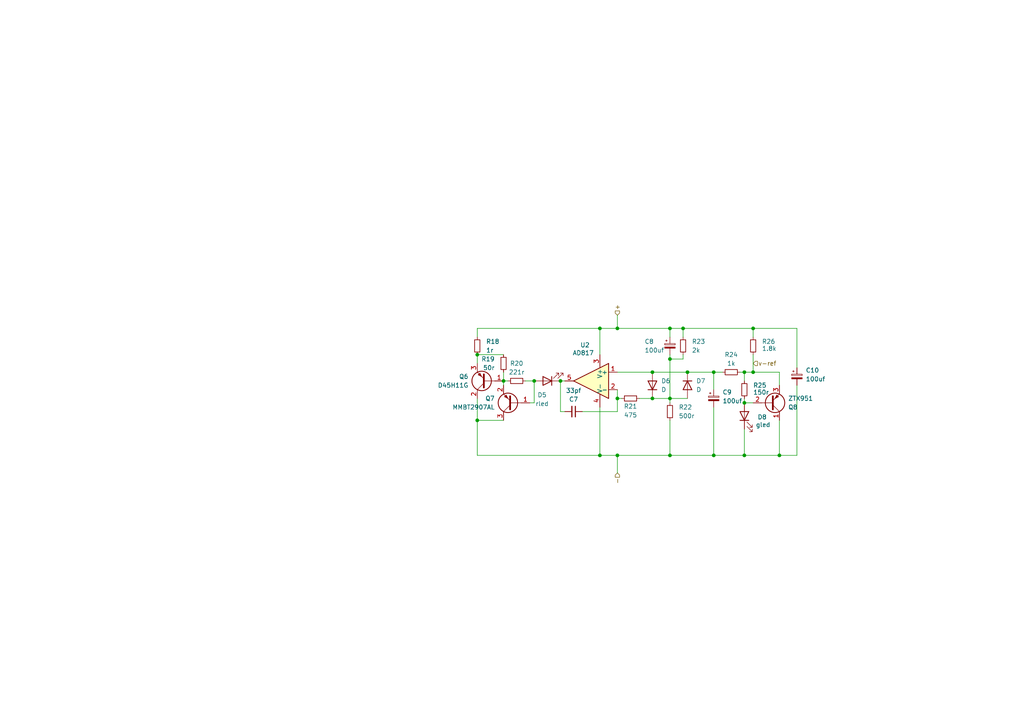
<source format=kicad_sch>
(kicad_sch (version 20250114) (generator "eeschema") (generator_version "9.0")
  (paper "A4")
  (lib_symbols
    (symbol "Device:C_Polarized_Small" (pin_numbers (hide yes)) (pin_names (offset 0.254) (hide yes))
      (property "Reference" "C" (at 0.254 1.778 0))
      (property "Value" "C_Polarized_Small" (at 0.254 -2.032 0))
      (symbol "C_Polarized_Small_0_1"
        (rectangle (start -1.524 0.6858) (end 1.524 0.3048))
        (rectangle (start -1.524 -0.3048) (end 1.524 -0.6858) (fill (type outline)))
        (polyline (pts (xy -1.27 1.524) (xy -0.762 1.524)))
        (polyline (pts (xy -1.016 1.27) (xy -1.016 1.778)))
      )
      (symbol "C_Polarized_Small_1_1"
        (pin passive line (at 0 2.54 270) (length 1.8542) (name "~") (number "1"))
        (pin passive line (at 0 -2.54 90) (length 1.8542) (name "~") (number "2"))
      )
    )
    (symbol "Device:C_Small" (pin_numbers (hide yes)) (pin_names (offset 0.254) (hide yes))
      (property "Reference" "C" (at 0.254 1.778 0))
      (property "Value" "C_Small" (at 0.254 -2.032 0))
      (symbol "C_Small_0_1"
        (polyline (pts (xy -1.524 0.508) (xy 1.524 0.508)) (stroke (width 0.3048)))
        (polyline (pts (xy -1.524 -0.508) (xy 1.524 -0.508)) (stroke (width 0.3302)))
      )
      (symbol "C_Small_1_1"
        (pin passive line (at 0 2.54 270) (length 2.032) (name "~") (number "1"))
        (pin passive line (at 0 -2.54 90) (length 2.032) (name "~") (number "2"))
      )
    )
    (symbol "Device:D" (pin_numbers (hide yes)) (pin_names (offset 1.016) (hide yes))
      (property "Reference" "D" (at 0 2.54 0))
      (property "Value" "D" (at 0 -2.54 0))
      (symbol "D_0_1"
        (polyline (pts (xy -1.27 1.27) (xy -1.27 -1.27)) (stroke (width 0.254)))
        (polyline (pts (xy 1.27 1.27) (xy 1.27 -1.27) (xy -1.27 0) (xy 1.27 1.27)) (stroke (width 0.254)))
        (polyline (pts (xy 1.27 0) (xy -1.27 0)))
      )
      (symbol "D_1_1"
        (pin passive line (at -3.81 0 0) (length 2.54) (name "K") (number "1"))
        (pin passive line (at 3.81 0 180) (length 2.54) (name "A") (number "2"))
      )
    )
    (symbol "Device:LED" (pin_numbers (hide yes)) (pin_names (offset 1.016) (hide yes))
      (property "Reference" "D" (at 0 2.54 0))
      (property "Value" "LED" (at 0 -2.54 0))
      (symbol "LED_0_1"
        (polyline (pts (xy -3.048 -0.762) (xy -4.572 -2.286) (xy -3.81 -2.286) (xy -4.572 -2.286) (xy -4.572 -1.524)))
        (polyline (pts (xy -1.778 -0.762) (xy -3.302 -2.286) (xy -2.54 -2.286) (xy -3.302 -2.286) (xy -3.302 -1.524)))
        (polyline (pts (xy -1.27 0) (xy 1.27 0)))
        (polyline (pts (xy -1.27 -1.27) (xy -1.27 1.27)) (stroke (width 0.254)))
        (polyline (pts (xy 1.27 -1.27) (xy 1.27 1.27) (xy -1.27 0) (xy 1.27 -1.27)) (stroke (width 0.254)))
      )
      (symbol "LED_1_1"
        (pin passive line (at -3.81 0 0) (length 2.54) (name "K") (number "1"))
        (pin passive line (at 3.81 0 180) (length 2.54) (name "A") (number "2"))
      )
    )
    (symbol "Device:R_Small" (pin_numbers (hide yes)) (pin_names (offset 0.254) (hide yes))
      (property "Reference" "R" (at 0.762 0.508 0))
      (property "Value" "R_Small" (at 0.762 -1.016 0))
      (symbol "R_Small_0_1"
        (rectangle (start -0.762 1.778) (end 0.762 -1.778) (stroke (width 0.2032)))
      )
      (symbol "R_Small_1_1"
        (pin passive line (at 0 2.54 270) (length 0.762) (name "~") (number "1"))
        (pin passive line (at 0 -2.54 90) (length 0.762) (name "~") (number "2"))
      )
    )
    (symbol "LED_1" (pin_numbers (hide yes)) (pin_names (offset 1.016) (hide yes))
      (property "Reference" "D" (at 0 2.54 0))
      (property "Value" "LED" (at 0 -2.54 0))
      (symbol "LED_1_0_1"
        (polyline (pts (xy -3.048 -0.762) (xy -4.572 -2.286) (xy -3.81 -2.286) (xy -4.572 -2.286) (xy -4.572 -1.524)))
        (polyline (pts (xy -1.778 -0.762) (xy -3.302 -2.286) (xy -2.54 -2.286) (xy -3.302 -2.286) (xy -3.302 -1.524)))
        (polyline (pts (xy -1.27 0) (xy 1.27 0)))
        (polyline (pts (xy -1.27 -1.27) (xy -1.27 1.27)) (stroke (width 0.254)))
        (polyline (pts (xy 1.27 -1.27) (xy 1.27 1.27) (xy -1.27 0) (xy 1.27 -1.27)) (stroke (width 0.254)))
      )
      (symbol "LED_1_1_1"
        (pin passive line (at -3.81 0 0) (length 2.54) (name "K") (number "1"))
        (pin passive line (at 3.81 0 180) (length 2.54) (name "A") (number "2"))
      )
    )
    (symbol "Simulation_SPICE:OPAMP" (pin_names (offset 0.254))
      (property "Reference" "U" (at 3.81 3.175 0))
      (property "Value" "${SIM.PARAMS}" (at 3.81 -3.175 0))
      (symbol "OPAMP_0_1"
        (polyline (pts (xy 5.08 0) (xy -5.08 5.08) (xy -5.08 -5.08) (xy 5.08 0)) (stroke (width 0.254)) (fill (type background)))
      )
      (symbol "OPAMP_1_1"
        (pin input line (at -7.62 2.54 0) (length 2.54) (name "+") (number "1"))
        (pin input line (at -7.62 -2.54 0) (length 2.54) (name "-") (number "2"))
        (pin power_in line (at -2.54 7.62 270) (length 3.81) (name "V+") (number "3"))
        (pin power_in line (at -2.54 -7.62 90) (length 3.81) (name "V-") (number "4"))
        (pin output line (at 7.62 0 180) (length 2.54) (name "~") (number "5"))
      )
    )
    (symbol "Transistor_BJT:Q_PNP_BCE" (pin_names (offset 0) (hide yes))
      (property "Reference" "Q" (at 5.08 1.27 0))
      (property "Value" "Q_PNP_BCE" (at 5.08 -1.27 0))
      (symbol "Q_PNP_BCE_0_1"
        (polyline (pts (xy -2.54 0) (xy 0.635 0)))
        (polyline (pts (xy 0.635 1.905) (xy 0.635 -1.905)) (stroke (width 0.508)))
        (polyline (pts (xy 0.635 0.635) (xy 2.54 2.54)))
        (polyline (pts (xy 0.635 -0.635) (xy 2.54 -2.54)))
        (circle (center 1.27 0) (radius 2.8194) (stroke (width 0.254)))
        (polyline (pts (xy 2.286 -1.778) (xy 1.778 -2.286) (xy 1.27 -1.27) (xy 2.286 -1.778)) (fill (type outline)))
      )
      (symbol "Q_PNP_BCE_1_1"
        (pin input line (at -5.08 0 0) (length 2.54) (name "B") (number "1"))
        (pin passive line (at 2.54 5.08 270) (length 2.54) (name "C") (number "2"))
        (pin passive line (at 2.54 -5.08 90) (length 2.54) (name "E") (number "3"))
      )
    )
    (symbol "Transistor_BJT:Q_PNP_BEC" (pin_names (offset 0) (hide yes))
      (property "Reference" "Q" (at 5.08 1.27 0))
      (property "Value" "Q_PNP_BEC" (at 5.08 -1.27 0))
      (symbol "Q_PNP_BEC_0_1"
        (polyline (pts (xy -2.54 0) (xy 0.635 0)))
        (polyline (pts (xy 0.635 1.905) (xy 0.635 -1.905)) (stroke (width 0.508)))
        (polyline (pts (xy 0.635 0.635) (xy 2.54 2.54)))
        (polyline (pts (xy 0.635 -0.635) (xy 2.54 -2.54)))
        (circle (center 1.27 0) (radius 2.8194) (stroke (width 0.254)))
        (polyline (pts (xy 2.286 -1.778) (xy 1.778 -2.286) (xy 1.27 -1.27) (xy 2.286 -1.778)) (fill (type outline)))
      )
      (symbol "Q_PNP_BEC_1_1"
        (pin input line (at -5.08 0 0) (length 2.54) (name "B") (number "1"))
        (pin passive line (at 2.54 5.08 270) (length 2.54) (name "C") (number "3"))
        (pin passive line (at 2.54 -5.08 90) (length 2.54) (name "E") (number "2"))
      )
    )
    (symbol "Transistor_BJT:Q_PNP_CBE" (pin_names (offset 0) (hide yes))
      (property "Reference" "Q" (at 5.08 1.27 0))
      (property "Value" "Q_PNP_CBE" (at 5.08 -1.27 0))
      (symbol "Q_PNP_CBE_0_1"
        (polyline (pts (xy -2.54 0) (xy 0.635 0)))
        (polyline (pts (xy 0.635 1.905) (xy 0.635 -1.905)) (stroke (width 0.508)))
        (polyline (pts (xy 0.635 0.635) (xy 2.54 2.54)))
        (polyline (pts (xy 0.635 -0.635) (xy 2.54 -2.54)))
        (circle (center 1.27 0) (radius 2.8194) (stroke (width 0.254)))
        (polyline (pts (xy 2.286 -1.778) (xy 1.778 -2.286) (xy 1.27 -1.27) (xy 2.286 -1.778)) (fill (type outline)))
      )
      (symbol "Q_PNP_CBE_1_1"
        (pin input line (at -5.08 0 0) (length 2.54) (name "B") (number "2"))
        (pin passive line (at 2.54 5.08 270) (length 2.54) (name "C") (number "1"))
        (pin passive line (at 2.54 -5.08 90) (length 2.54) (name "E") (number "3"))
      )
    )
  )
  (junction (at 199.39 107.95))
  (junction (at 173.99 132.08))
  (junction (at 215.9 107.95))
  (junction (at 154.94 110.49))
  (junction (at 146.05 110.49))
  (junction (at 138.43 121.92))
  (junction (at 215.9 116.84))
  (junction (at 138.43 102.87))
  (junction (at 218.44 95.25))
  (junction (at 179.07 132.08))
  (junction (at 189.23 115.57))
  (junction (at 194.31 104.14))
  (junction (at 207.01 107.95))
  (junction (at 226.06 132.08))
  (junction (at 179.07 115.57))
  (junction (at 189.23 107.95))
  (junction (at 179.07 95.25))
  (junction (at 194.31 95.25))
  (junction (at 173.99 95.25))
  (junction (at 162.56 110.49))
  (junction (at 198.12 95.25))
  (junction (at 218.44 107.95))
  (junction (at 194.31 132.08))
  (junction (at 194.31 115.57))
  (junction (at 215.9 132.08))
  (junction (at 207.01 132.08))
  (wire (pts (xy 162.56 110.49) (xy 162.56 119.38)))
  (wire (pts (xy 215.9 107.95) (xy 218.44 107.95)))
  (wire (pts (xy 138.43 132.08) (xy 173.99 132.08)))
  (wire (pts (xy 194.31 104.14) (xy 194.31 115.57)))
  (wire (pts (xy 189.23 115.57) (xy 194.31 115.57)))
  (wire (pts (xy 226.06 132.08) (xy 231.14 132.08)))
  (wire (pts (xy 138.43 95.25) (xy 173.99 95.25)))
  (wire (pts (xy 231.14 95.25) (xy 231.14 106.68)))
  (wire (pts (xy 218.44 95.25) (xy 231.14 95.25)))
  (wire (pts (xy 194.31 115.57) (xy 199.39 115.57)))
  (wire (pts (xy 194.31 95.25) (xy 194.31 97.79)))
  (wire (pts (xy 163.83 110.49) (xy 162.56 110.49)))
  (wire (pts (xy 215.9 116.84) (xy 215.9 115.57)))
  (wire (pts (xy 207.01 107.95) (xy 207.01 113.03)))
  (wire (pts (xy 168.91 119.38) (xy 179.07 119.38)))
  (wire (pts (xy 198.12 95.25) (xy 194.31 95.25)))
  (wire (pts (xy 194.31 104.14) (xy 198.12 104.14)))
  (wire (pts (xy 194.31 115.57) (xy 194.31 116.84)))
  (wire (pts (xy 207.01 107.95) (xy 209.55 107.95)))
  (wire (pts (xy 218.44 95.25) (xy 218.44 97.79)))
  (wire (pts (xy 215.9 132.08) (xy 226.06 132.08)))
  (wire (pts (xy 163.83 119.38) (xy 162.56 119.38)))
  (wire (pts (xy 138.43 95.25) (xy 138.43 97.79)))
  (wire (pts (xy 231.14 111.76) (xy 231.14 132.08)))
  (wire (pts (xy 147.32 110.49) (xy 146.05 110.49)))
  (wire (pts (xy 146.05 107.95) (xy 146.05 110.49)))
  (wire (pts (xy 198.12 95.25) (xy 218.44 95.25)))
  (wire (pts (xy 173.99 132.08) (xy 179.07 132.08)))
  (wire (pts (xy 138.43 102.87) (xy 138.43 105.41)))
  (wire (pts (xy 179.07 91.44) (xy 179.07 95.25)))
  (wire (pts (xy 185.42 115.57) (xy 189.23 115.57)))
  (wire (pts (xy 179.07 137.16) (xy 179.07 132.08)))
  (wire (pts (xy 146.05 111.76) (xy 146.05 110.49)))
  (wire (pts (xy 198.12 102.87) (xy 198.12 104.14)))
  (wire (pts (xy 215.9 107.95) (xy 215.9 110.49)))
  (wire (pts (xy 218.44 102.87) (xy 218.44 107.95)))
  (wire (pts (xy 226.06 107.95) (xy 226.06 111.76)))
  (wire (pts (xy 152.4 110.49) (xy 154.94 110.49)))
  (wire (pts (xy 179.07 115.57) (xy 180.34 115.57)))
  (wire (pts (xy 194.31 102.87) (xy 194.31 104.14)))
  (wire (pts (xy 179.07 107.95) (xy 189.23 107.95)))
  (wire (pts (xy 207.01 132.08) (xy 215.9 132.08)))
  (wire (pts (xy 138.43 121.92) (xy 146.05 121.92)))
  (wire (pts (xy 199.39 107.95) (xy 207.01 107.95)))
  (wire (pts (xy 207.01 118.11) (xy 207.01 132.08)))
  (wire (pts (xy 179.07 95.25) (xy 194.31 95.25)))
  (wire (pts (xy 214.63 107.95) (xy 215.9 107.95)))
  (wire (pts (xy 138.43 115.57) (xy 138.43 121.92)))
  (wire (pts (xy 198.12 95.25) (xy 198.12 97.79)))
  (wire (pts (xy 215.9 124.46) (xy 215.9 132.08)))
  (wire (pts (xy 153.67 116.84) (xy 154.94 116.84)))
  (wire (pts (xy 179.07 115.57) (xy 179.07 119.38)))
  (wire (pts (xy 173.99 95.25) (xy 179.07 95.25)))
  (wire (pts (xy 226.06 107.95) (xy 218.44 107.95)))
  (wire (pts (xy 179.07 113.03) (xy 179.07 115.57)))
  (wire (pts (xy 138.43 102.87) (xy 146.05 102.87)))
  (wire (pts (xy 226.06 121.92) (xy 226.06 132.08)))
  (wire (pts (xy 194.31 132.08) (xy 207.01 132.08)))
  (wire (pts (xy 173.99 118.11) (xy 173.99 132.08)))
  (wire (pts (xy 154.94 110.49) (xy 154.94 116.84)))
  (wire (pts (xy 173.99 102.87) (xy 173.99 95.25)))
  (wire (pts (xy 138.43 132.08) (xy 138.43 121.92)))
  (wire (pts (xy 215.9 116.84) (xy 218.44 116.84)))
  (wire (pts (xy 179.07 132.08) (xy 194.31 132.08)))
  (wire (pts (xy 189.23 107.95) (xy 199.39 107.95)))
  (wire (pts (xy 194.31 121.92) (xy 194.31 132.08)))
  (hierarchical_label "v-ref" (shape input) (at 218.44 105.41 0))
  (hierarchical_label "+" (shape input) (at 179.07 91.44 90))
  (hierarchical_label "-" (shape input) (at 179.07 137.16 270))
  (symbol (lib_id "Device:R_Small") (at 194.31 119.38 0) (unit 1)
    (property "Reference" "R10" (at 196.85 118.1099 0) (effects (justify left)))
    (property "Value" "500r" (at 196.85 120.6499 0) (effects (justify left)))
    (property "Footprint" "Resistor_SMD:R_0805_2012Metric" (effects (hide yes)))
    (property "Description" "Resistor, small symbol" (effects (hide yes)))
    (instances (project "walt-j-shunt" (path "" (reference "R22") (unit 1)) (path "" (reference "R10") (unit 1))))
  )
  (symbol (lib_id "Device:C_Small") (at 166.37 119.38 270) (mirror x) (unit 1)
    (property "Reference" "C3" (at 166.37 115.824 90))
    (property "Value" "33pf" (at 166.37 113.284 90))
    (property "Footprint" "Capacitor_SMD:C_0805_2012Metric" (effects (hide yes)))
    (property "Description" "Unpolarized capacitor, small symbol" (effects (hide yes)))
    (instances (project "walt-j-shunt" (path "" (reference "C7") (unit 1)) (path "" (reference "C3") (unit 1))))
  )
  (symbol (lib_id "Device:R_Small") (at 218.44 100.33 0) (unit 1)
    (property "Reference" "R14" (at 220.98 99.0599 0) (effects (justify left)))
    (property "Value" "1.8k" (at 220.98 101.092 0) (effects (justify left)))
    (property "Footprint" "Resistor_SMD:R_0805_2012Metric" (effects (hide yes)))
    (property "Description" "Resistor, small symbol" (effects (hide yes)))
    (instances (project "walt-j-shunt" (path "" (reference "R26") (unit 1)) (path "" (reference "R14") (unit 1))))
  )
  (symbol (lib_id "Transistor_BJT:Q_PNP_BCE") (at 140.97 110.49 180) (unit 1)
    (property "Reference" "Q2" (at 135.89 109.2199 0) (effects (justify left)))
    (property "Value" "D45H11G" (at 135.89 111.7599 0) (effects (justify left)))
    (property "Footprint" "Package_TO_SOT_THT:TO-220-3_Vertical" (effects (hide yes)))
    (property "Description" "PNP transistor, base/collector/emitter" (effects (hide yes)))
    (property "Sim.Library" "/Users/cibo/pcb/spice/raw/bjt-standard.lib" (effects (hide yes)))
    (property "Sim.Name" "D45H11" (effects (hide yes)))
    (property "Sim.Device" "PNP" (effects (hide yes)))
    (property "Sim.Type" "GUMMELPOON" (effects (hide yes)))
    (property "Sim.Pins" "1=B 2=C 3=E" (effects (hide yes)))
    (instances (project "walt-j-shunt" (path "" (reference "Q6") (unit 1)) (path "" (reference "Q2") (unit 1))))
  )
  (symbol (lib_id "Device:C_Polarized_Small") (at 231.14 109.22 0) (unit 1)
    (property "Reference" "C6" (at 233.68 107.4038 0) (effects (justify left)))
    (property "Value" "100uf" (at 233.68 109.9438 0) (effects (justify left)))
    (property "Footprint" "Capacitor_THT:CP_Radial_D5.0mm_P2.00mm" (effects (hide yes)))
    (property "Description" "Polarized capacitor, small symbol" (effects (hide yes)))
    (instances (project "walt-j-shunt" (path "" (reference "C10") (unit 1)) (path "" (reference "C6") (unit 1))))
  )
  (symbol (lib_name "LED_1") (lib_id "Device:LED") (at 215.9 120.65 90) (unit 1)
    (property "Reference" "D4" (at 219.71 120.9674 90) (effects (justify right)))
    (property "Value" "gled" (at 219.202 123.19 90) (effects (justify right)))
    (property "Footprint" "LED_SMD:LED_0805_2012Metric" (effects (hide yes)))
    (property "Description" "Light emitting diode" (effects (hide yes)))
    (property "Sim.Pins" "1=K 2=A" (effects (hide yes)))
    (property "Sim.Library" "/Users/cibo/pcb/spice/led.lib" (effects (hide yes)))
    (property "Sim.Name" "LED_GREEN" (effects (hide yes)))
    (property "Sim.Device" "D" (effects (hide yes)))
    (instances (project "walt-j-shunt" (path "" (reference "D8") (unit 1)) (path "" (reference "D4") (unit 1))))
  )
  (symbol (lib_id "Device:R_Small") (at 149.86 110.49 90) (unit 1)
    (property "Reference" "R8" (at 149.86 105.41 90))
    (property "Value" "221r" (at 149.86 107.95 90))
    (property "Footprint" "Resistor_SMD:R_0805_2012Metric" (effects (hide yes)))
    (property "Description" "Resistor, small symbol" (effects (hide yes)))
    (instances (project "walt-j-shunt" (path "" (reference "R20") (unit 1)) (path "" (reference "R8") (unit 1))))
  )
  (symbol (lib_id "Device:C_Polarized_Small") (at 207.01 115.57 0) (unit 1)
    (property "Reference" "C5" (at 209.55 113.7538 0) (effects (justify left)))
    (property "Value" "100uf" (at 209.55 116.2938 0) (effects (justify left)))
    (property "Footprint" "Capacitor_THT:CP_Radial_D5.0mm_P2.00mm" (effects (hide yes)))
    (property "Description" "Polarized capacitor, small symbol" (effects (hide yes)))
    (instances (project "walt-j-shunt" (path "" (reference "C9") (unit 1)) (path "" (reference "C5") (unit 1))))
  )
  (symbol (lib_id "Device:R_Small") (at 138.43 100.33 0) (unit 1)
    (property "Reference" "R6" (at 140.97 99.0599 0) (effects (justify left)))
    (property "Value" "1r" (at 140.97 101.5999 0) (effects (justify left)))
    (property "Footprint" "Resistor_SMD:R_0805_2012Metric" (effects (hide yes)))
    (property "Description" "Resistor, small symbol" (effects (hide yes)))
    (instances (project "walt-j-shunt" (path "" (reference "R18") (unit 1)) (path "" (reference "R6") (unit 1))))
  )
  (symbol (lib_id "Transistor_BJT:Q_PNP_CBE") (at 223.52 116.84 0) (mirror x) (unit 1)
    (property "Reference" "Q4" (at 228.6 118.1101 0) (effects (justify left)))
    (property "Value" "ZTX951" (at 228.6 115.5701 0) (effects (justify left)))
    (property "Footprint" "Package_TO_SOT_THT:TO-92Flat" (effects (hide yes)))
    (property "Description" "PNP transistor, collector/base/emitter" (effects (hide yes)))
    (property "Sim.Library" "/Users/cibo/pcb/spice/bjt.lib" (effects (hide yes)))
    (property "Sim.Name" "ZTX951" (effects (hide yes)))
    (property "Sim.Device" "PNP" (effects (hide yes)))
    (property "Sim.Type" "GUMMELPOON" (effects (hide yes)))
    (property "Sim.Pins" "1=C 2=B 3=E" (effects (hide yes)))
    (instances (project "walt-j-shunt" (path "" (reference "Q8") (unit 1)) (path "" (reference "Q4") (unit 1))))
  )
  (symbol (lib_id "Transistor_BJT:Q_PNP_BEC") (at 148.59 116.84 180) (unit 1)
    (property "Reference" "Q3" (at 143.51 115.5699 0) (effects (justify left)))
    (property "Value" "MMBT2907AL" (at 143.51 118.1099 0) (effects (justify left)))
    (property "Footprint" "Package_TO_SOT_SMD:SOT-23-3" (effects (hide yes)))
    (property "Description" "PNP transistor, base/emitter/collector" (effects (hide yes)))
    (property "Sim.Library" "/Users/cibo/pcb/spice/raw/bjt-standard.lib" (effects (hide yes)))
    (property "Sim.Name" "PZT2907A" (effects (hide yes)))
    (property "Sim.Device" "PNP" (effects (hide yes)))
    (property "Sim.Type" "GUMMELPOON" (effects (hide yes)))
    (property "Sim.Pins" "1=B 2=E 3=C" (effects (hide yes)))
    (instances (project "walt-j-shunt" (path "" (reference "Q7") (unit 1)) (path "" (reference "Q3") (unit 1))))
  )
  (symbol (lib_id "Device:LED") (at 158.75 110.49 180) (unit 1)
    (property "Reference" "D1" (at 157.226 114.554 0))
    (property "Value" "rled" (at 157.226 117.094 0))
    (property "Footprint" "Diode_SMD:D_0805_2012Metric" (effects (hide yes)))
    (property "Description" "Light emitting diode" (effects (hide yes)))
    (property "Sim.Library" "/Users/cibo/pcb/spice/led.lib" (effects (hide yes)))
    (property "Sim.Name" "LED_RED" (effects (hide yes)))
    (property "Sim.Device" "D" (effects (hide yes)))
    (property "Sim.Pins" "1=K 2=A" (effects (hide yes)))
    (instances (project "walt-j-shunt" (path "" (reference "D5") (unit 1)) (path "" (reference "D1") (unit 1))))
  )
  (symbol (lib_id "Device:D") (at 199.39 111.76 270) (unit 1)
    (property "Reference" "D3" (at 201.93 110.4899 90) (effects (justify left)))
    (property "Value" "D" (at 201.93 113.0299 90) (effects (justify left)))
    (property "Footprint" "Diode_SMD:D_0805_2012Metric" (effects (hide yes)))
    (property "Description" "Diode" (effects (hide yes)))
    (property "Sim.Device" "D" (effects (hide yes)))
    (property "Sim.Pins" "1=K 2=A" (effects (hide yes)))
    (property "Sim.Library" "/Users/cibo/Documents/spice/d.lib" (effects (hide yes)))
    (property "Sim.Name" "1N4148" (effects (hide yes)))
    (instances (project "walt-j-shunt" (path "" (reference "D7") (unit 1)) (path "" (reference "D3") (unit 1))))
  )
  (symbol (lib_id "Device:R_Small") (at 212.09 107.95 270) (unit 1)
    (property "Reference" "R12" (at 212.09 102.87 90))
    (property "Value" "1k" (at 212.09 105.41 90))
    (property "Footprint" "Resistor_SMD:R_0805_2012Metric" (effects (hide yes)))
    (property "Description" "Resistor, small symbol" (effects (hide yes)))
    (instances (project "walt-j-shunt" (path "" (reference "R24") (unit 1)) (path "" (reference "R12") (unit 1))))
  )
  (symbol (lib_id "Device:C_Polarized_Small") (at 194.31 100.33 0) (unit 1)
    (property "Reference" "C4" (at 186.944 99.06 0) (effects (justify left)))
    (property "Value" "100uf" (at 186.944 101.6 0) (effects (justify left)))
    (property "Footprint" "Capacitor_THT:CP_Radial_D5.0mm_P2.00mm" (effects (hide yes)))
    (property "Description" "Polarized capacitor, small symbol" (effects (hide yes)))
    (instances (project "walt-j-shunt" (path "" (reference "C8") (unit 1)) (path "" (reference "C4") (unit 1))))
  )
  (symbol (lib_id "Device:R_Small") (at 198.12 100.33 0) (unit 1)
    (property "Reference" "R11" (at 200.66 99.0599 0) (effects (justify left)))
    (property "Value" "2k" (at 200.66 101.5999 0) (effects (justify left)))
    (property "Footprint" "Resistor_SMD:R_0805_2012Metric" (effects (hide yes)))
    (property "Description" "Resistor, small symbol" (effects (hide yes)))
    (instances (project "walt-j-shunt" (path "" (reference "R23") (unit 1)) (path "" (reference "R11") (unit 1))))
  )
  (symbol (lib_id "Device:R_Small") (at 146.05 105.41 0) (mirror y) (unit 1)
    (property "Reference" "R7" (at 143.51 104.1399 0) (effects (justify left)))
    (property "Value" "50r" (at 143.51 106.6799 0) (effects (justify left)))
    (property "Footprint" "Resistor_SMD:R_0805_2012Metric" (effects (hide yes)))
    (property "Description" "Resistor, small symbol" (effects (hide yes)))
    (instances (project "walt-j-shunt" (path "" (reference "R19") (unit 1)) (path "" (reference "R7") (unit 1))))
  )
  (symbol (lib_id "Device:R_Small") (at 215.9 113.03 0) (unit 1)
    (property "Reference" "R13" (at 218.44 111.7599 0) (effects (justify left)))
    (property "Value" "150r" (at 218.44 113.792 0) (effects (justify left)))
    (property "Footprint" "Resistor_SMD:R_0805_2012Metric" (effects (hide yes)))
    (property "Description" "Resistor, small symbol" (effects (hide yes)))
    (instances (project "walt-j-shunt" (path "" (reference "R25") (unit 1)) (path "" (reference "R13") (unit 1))))
  )
  (symbol (lib_id "Device:R_Small") (at 182.88 115.57 270) (unit 1)
    (property "Reference" "R9" (at 182.88 117.856 90))
    (property "Value" "475" (at 182.88 120.396 90))
    (property "Footprint" "Resistor_SMD:R_0805_2012Metric" (effects (hide yes)))
    (property "Description" "Resistor, small symbol" (effects (hide yes)))
    (instances (project "walt-j-shunt" (path "" (reference "R21") (unit 1)) (path "" (reference "R9") (unit 1))))
  )
  (symbol (lib_id "Simulation_SPICE:OPAMP") (at 171.45 110.49 0) (mirror y) (unit 1)
    (property "Reference" "U1" (at 169.672 100.076 0))
    (property "Value" "AD817" (at 169.164 102.362 0))
    (property "Footprint" "Package_SO:SOIC-8_3.9x4.9mm_P1.27mm" (effects (hide yes)))
    (property "Datasheet" "https://ngspice.sourceforge.io/docs/ngspice-html-manual/manual.xhtml#sec__SUBCKT_Subcircuits" (effects (hide yes)))
    (property "Description" "Operational amplifier, single" (effects (hide yes)))
    (property "Sim.Library" "/Users/cibo/pcb/spice/AD817.lib" (effects (hide yes)))
    (property "Sim.Name" "AD817" (effects (hide yes)))
    (property "Sim.Device" "SUBCKT" (effects (hide yes)))
    (property "Sim.Pins" "1=2 2=1 3=99 4=50 5=46" (effects (hide yes)))
    (instances (project "walt-j-shunt" (path "" (reference "U2") (unit 1)) (path "" (reference "U1") (unit 1))))
  )
  (symbol (lib_id "Device:D") (at 189.23 111.76 90) (unit 1)
    (property "Reference" "D2" (at 191.77 110.4899 90) (effects (justify right)))
    (property "Value" "D" (at 191.77 113.0299 90) (effects (justify right)))
    (property "Footprint" "Diode_SMD:D_0805_2012Metric" (effects (hide yes)))
    (property "Description" "Diode" (effects (hide yes)))
    (property "Sim.Device" "D" (effects (hide yes)))
    (property "Sim.Pins" "1=K 2=A" (effects (hide yes)))
    (property "Sim.Library" "/Users/cibo/Documents/spice/d.lib" (effects (hide yes)))
    (property "Sim.Name" "1N4148" (effects (hide yes)))
    (instances (project "walt-j-shunt" (path "" (reference "D6") (unit 1)) (path "" (reference "D2") (unit 1))))
  )
)
</source>
